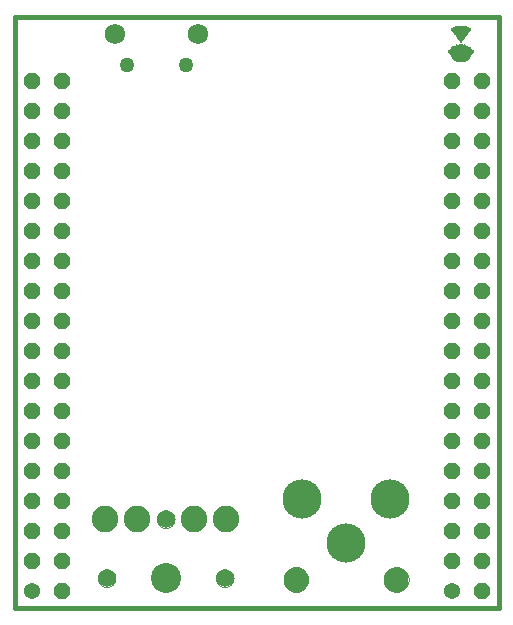
<source format=gbs>
G75*
%MOIN*%
%OFA0B0*%
%FSLAX24Y24*%
%IPPOS*%
%LPD*%
%AMOC8*
5,1,8,0,0,1.08239X$1,22.5*
%
%ADD10C,0.0160*%
%ADD11C,0.0540*%
%ADD12OC8,0.0540*%
%ADD13R,0.0312X0.0004*%
%ADD14R,0.0344X0.0004*%
%ADD15R,0.0368X0.0004*%
%ADD16R,0.0392X0.0004*%
%ADD17R,0.0408X0.0004*%
%ADD18R,0.0424X0.0004*%
%ADD19R,0.0432X0.0004*%
%ADD20R,0.0448X0.0004*%
%ADD21R,0.0456X0.0004*%
%ADD22R,0.0472X0.0004*%
%ADD23R,0.0480X0.0004*%
%ADD24R,0.0488X0.0004*%
%ADD25R,0.0496X0.0004*%
%ADD26R,0.0504X0.0004*%
%ADD27R,0.0512X0.0004*%
%ADD28R,0.0520X0.0004*%
%ADD29R,0.0528X0.0004*%
%ADD30R,0.0536X0.0004*%
%ADD31R,0.0536X0.0004*%
%ADD32R,0.0544X0.0004*%
%ADD33R,0.0552X0.0004*%
%ADD34R,0.0560X0.0004*%
%ADD35R,0.0560X0.0004*%
%ADD36R,0.0568X0.0004*%
%ADD37R,0.0576X0.0004*%
%ADD38R,0.0584X0.0004*%
%ADD39R,0.0592X0.0004*%
%ADD40R,0.0592X0.0004*%
%ADD41R,0.0600X0.0004*%
%ADD42R,0.0608X0.0004*%
%ADD43R,0.0608X0.0004*%
%ADD44R,0.0616X0.0004*%
%ADD45R,0.0624X0.0004*%
%ADD46R,0.0632X0.0004*%
%ADD47R,0.0632X0.0004*%
%ADD48R,0.0640X0.0004*%
%ADD49R,0.0648X0.0004*%
%ADD50R,0.0648X0.0004*%
%ADD51R,0.0656X0.0004*%
%ADD52R,0.0664X0.0004*%
%ADD53R,0.0664X0.0004*%
%ADD54R,0.0672X0.0004*%
%ADD55R,0.0680X0.0004*%
%ADD56R,0.0680X0.0004*%
%ADD57R,0.0688X0.0004*%
%ADD58R,0.0696X0.0004*%
%ADD59R,0.0700X0.0004*%
%ADD60R,0.0708X0.0004*%
%ADD61R,0.0716X0.0004*%
%ADD62R,0.0720X0.0004*%
%ADD63R,0.0720X0.0004*%
%ADD64R,0.0724X0.0004*%
%ADD65R,0.0808X0.0004*%
%ADD66R,0.0824X0.0004*%
%ADD67R,0.0832X0.0004*%
%ADD68R,0.0840X0.0004*%
%ADD69R,0.0848X0.0004*%
%ADD70R,0.0856X0.0004*%
%ADD71R,0.0860X0.0004*%
%ADD72R,0.0864X0.0004*%
%ADD73R,0.0864X0.0004*%
%ADD74R,0.0868X0.0004*%
%ADD75R,0.0872X0.0004*%
%ADD76R,0.0872X0.0004*%
%ADD77R,0.0860X0.0004*%
%ADD78R,0.0832X0.0004*%
%ADD79R,0.0824X0.0004*%
%ADD80R,0.0708X0.0004*%
%ADD81R,0.0712X0.0004*%
%ADD82R,0.0712X0.0004*%
%ADD83R,0.0700X0.0004*%
%ADD84R,0.0696X0.0004*%
%ADD85R,0.0692X0.0004*%
%ADD86R,0.0668X0.0004*%
%ADD87R,0.0660X0.0004*%
%ADD88R,0.0452X0.0004*%
%ADD89R,0.0188X0.0004*%
%ADD90R,0.0448X0.0004*%
%ADD91R,0.0440X0.0004*%
%ADD92R,0.0184X0.0004*%
%ADD93R,0.0432X0.0004*%
%ADD94R,0.0184X0.0004*%
%ADD95R,0.0424X0.0004*%
%ADD96R,0.0412X0.0004*%
%ADD97R,0.0128X0.0004*%
%ADD98R,0.0044X0.0004*%
%ADD99R,0.0400X0.0004*%
%ADD100R,0.0008X0.0004*%
%ADD101R,0.0388X0.0004*%
%ADD102R,0.0132X0.0004*%
%ADD103R,0.0360X0.0004*%
%ADD104R,0.0136X0.0004*%
%ADD105R,0.0340X0.0004*%
%ADD106R,0.0140X0.0004*%
%ADD107R,0.0328X0.0004*%
%ADD108R,0.0144X0.0004*%
%ADD109R,0.0324X0.0004*%
%ADD110R,0.0148X0.0004*%
%ADD111R,0.0320X0.0004*%
%ADD112R,0.0156X0.0004*%
%ADD113R,0.0316X0.0004*%
%ADD114R,0.0176X0.0004*%
%ADD115R,0.0080X0.0004*%
%ADD116R,0.0052X0.0004*%
%ADD117R,0.0380X0.0004*%
%ADD118R,0.0372X0.0004*%
%ADD119R,0.0356X0.0004*%
%ADD120R,0.0004X0.0004*%
%ADD121R,0.0308X0.0004*%
%ADD122R,0.0060X0.0004*%
%ADD123R,0.0240X0.0004*%
%ADD124R,0.0232X0.0004*%
%ADD125R,0.0044X0.0004*%
%ADD126R,0.0164X0.0004*%
%ADD127R,0.0056X0.0004*%
%ADD128R,0.0036X0.0004*%
%ADD129R,0.0156X0.0004*%
%ADD130R,0.0048X0.0004*%
%ADD131R,0.0024X0.0004*%
%ADD132R,0.0036X0.0004*%
%ADD133R,0.0016X0.0004*%
%ADD134R,0.0028X0.0004*%
%ADD135R,0.0012X0.0004*%
%ADD136R,0.0124X0.0004*%
%ADD137R,0.0108X0.0004*%
%ADD138R,0.0008X0.0004*%
%ADD139R,0.0092X0.0004*%
%ADD140R,0.0068X0.0004*%
%ADD141R,0.0008X0.0004*%
%ADD142R,0.0016X0.0004*%
%ADD143R,0.0024X0.0004*%
%ADD144R,0.0032X0.0004*%
%ADD145R,0.0032X0.0004*%
%ADD146R,0.0040X0.0004*%
%ADD147R,0.0056X0.0004*%
%ADD148R,0.0064X0.0004*%
%ADD149R,0.0072X0.0004*%
%ADD150R,0.0088X0.0004*%
%ADD151R,0.0096X0.0004*%
%ADD152R,0.0104X0.0004*%
%ADD153R,0.0112X0.0004*%
%ADD154R,0.0120X0.0004*%
%ADD155R,0.0124X0.0004*%
%ADD156R,0.0128X0.0004*%
%ADD157R,0.0144X0.0004*%
%ADD158R,0.0152X0.0004*%
%ADD159R,0.0152X0.0004*%
%ADD160R,0.0160X0.0004*%
%ADD161R,0.0168X0.0004*%
%ADD162R,0.0176X0.0004*%
%ADD163R,0.0184X0.0004*%
%ADD164R,0.0192X0.0004*%
%ADD165R,0.0200X0.0004*%
%ADD166R,0.0208X0.0004*%
%ADD167R,0.0216X0.0004*%
%ADD168R,0.0216X0.0004*%
%ADD169R,0.0224X0.0004*%
%ADD170R,0.0232X0.0004*%
%ADD171R,0.0240X0.0004*%
%ADD172R,0.0248X0.0004*%
%ADD173R,0.0256X0.0004*%
%ADD174R,0.0264X0.0004*%
%ADD175R,0.0272X0.0004*%
%ADD176R,0.0280X0.0004*%
%ADD177R,0.0288X0.0004*%
%ADD178R,0.0296X0.0004*%
%ADD179R,0.0304X0.0004*%
%ADD180R,0.0320X0.0004*%
%ADD181R,0.0328X0.0004*%
%ADD182R,0.0336X0.0004*%
%ADD183R,0.0336X0.0004*%
%ADD184R,0.0200X0.0004*%
%ADD185R,0.0128X0.0004*%
%ADD186R,0.0204X0.0004*%
%ADD187R,0.0216X0.0004*%
%ADD188R,0.0228X0.0004*%
%ADD189R,0.0416X0.0004*%
%ADD190R,0.0424X0.0004*%
%ADD191R,0.0428X0.0004*%
%ADD192R,0.0304X0.0004*%
%ADD193R,0.0180X0.0004*%
%ADD194R,0.0112X0.0004*%
%ADD195R,0.0176X0.0004*%
%ADD196R,0.0112X0.0004*%
%ADD197R,0.0132X0.0004*%
%ADD198R,0.0116X0.0004*%
%ADD199R,0.0332X0.0004*%
%ADD200R,0.0336X0.0004*%
%ADD201R,0.0480X0.0004*%
%ADD202R,0.0496X0.0004*%
%ADD203R,0.0512X0.0004*%
%ADD204R,0.0544X0.0004*%
%ADD205R,0.0208X0.0004*%
%ADD206R,0.0356X0.0004*%
%ADD207R,0.0208X0.0004*%
%ADD208R,0.0364X0.0004*%
%ADD209R,0.0212X0.0004*%
%ADD210R,0.0368X0.0004*%
%ADD211R,0.0220X0.0004*%
%ADD212R,0.0600X0.0004*%
%ADD213R,0.0356X0.0004*%
%ADD214R,0.0228X0.0004*%
%ADD215R,0.0236X0.0004*%
%ADD216R,0.0360X0.0004*%
%ADD217R,0.0368X0.0004*%
%ADD218R,0.0244X0.0004*%
%ADD219R,0.0252X0.0004*%
%ADD220R,0.0376X0.0004*%
%ADD221R,0.0672X0.0004*%
%ADD222R,0.0624X0.0004*%
%ADD223R,0.0596X0.0004*%
%ADD224R,0.0552X0.0004*%
%ADD225R,0.0456X0.0004*%
%ADD226R,0.0384X0.0004*%
%ADD227R,0.0352X0.0004*%
%ADD228R,0.0188X0.0004*%
%ADD229R,0.0108X0.0004*%
%ADD230C,0.1000*%
%ADD231C,0.0886*%
%ADD232C,0.0000*%
%ADD233C,0.0591*%
%ADD234C,0.1306*%
%ADD235C,0.0827*%
%ADD236C,0.0679*%
%ADD237C,0.0502*%
D10*
X003629Y003256D02*
X019770Y003256D01*
X019770Y022941D01*
X003629Y022941D01*
X003629Y003256D01*
D11*
X004199Y003811D03*
X018199Y003811D03*
D12*
X018199Y004811D03*
X018199Y005811D03*
X018199Y006811D03*
X018199Y007811D03*
X018199Y008811D03*
X018199Y009811D03*
X018199Y010811D03*
X018199Y011811D03*
X018199Y012811D03*
X018199Y013811D03*
X018199Y014811D03*
X018199Y015811D03*
X018199Y016811D03*
X018199Y017811D03*
X018199Y018811D03*
X018199Y019811D03*
X018199Y020811D03*
X019199Y020811D03*
X019199Y019811D03*
X019199Y018811D03*
X019199Y017811D03*
X019199Y016811D03*
X019199Y015811D03*
X019199Y014811D03*
X019199Y013811D03*
X019199Y012811D03*
X019199Y011811D03*
X019199Y010811D03*
X019199Y009811D03*
X019199Y008811D03*
X019199Y007811D03*
X019199Y006811D03*
X019199Y005811D03*
X019199Y004811D03*
X019199Y003811D03*
X005199Y003811D03*
X005199Y004811D03*
X005199Y005811D03*
X005199Y006811D03*
X005199Y007811D03*
X005199Y008811D03*
X005199Y009811D03*
X005199Y010811D03*
X005199Y011811D03*
X005199Y012811D03*
X005199Y013811D03*
X005199Y014811D03*
X005199Y015811D03*
X005199Y016811D03*
X005199Y017811D03*
X005199Y018811D03*
X005199Y019811D03*
X005199Y020811D03*
X004199Y020811D03*
X004199Y019811D03*
X004199Y018811D03*
X004199Y017811D03*
X004199Y016811D03*
X004199Y015811D03*
X004199Y014811D03*
X004199Y013811D03*
X004199Y012811D03*
X004199Y011811D03*
X004199Y010811D03*
X004199Y009811D03*
X004199Y008811D03*
X004199Y007811D03*
X004199Y006811D03*
X004199Y005811D03*
X004199Y004811D03*
D13*
X018509Y021458D03*
X018505Y021970D03*
X018509Y022270D03*
X018509Y022274D03*
D14*
X018509Y021462D03*
D15*
X018509Y021466D03*
D16*
X018509Y021470D03*
X018533Y021954D03*
D17*
X018509Y022334D03*
X018509Y022338D03*
X018509Y022594D03*
X018509Y021474D03*
D18*
X018509Y021478D03*
D19*
X018509Y021482D03*
X018509Y022354D03*
X018509Y022590D03*
D20*
X018509Y021486D03*
D21*
X018509Y021490D03*
D22*
X018509Y021494D03*
D23*
X018509Y021498D03*
X018509Y022582D03*
D24*
X018509Y022390D03*
X018509Y021502D03*
D25*
X018509Y021506D03*
D26*
X018509Y021510D03*
X018509Y022402D03*
D27*
X018509Y022574D03*
X018509Y021514D03*
D28*
X018509Y021518D03*
X018509Y022410D03*
X018509Y022414D03*
D29*
X018509Y022418D03*
X018509Y021522D03*
D30*
X018509Y021526D03*
D31*
X018509Y021530D03*
X018509Y022422D03*
X018509Y022570D03*
D32*
X018509Y022430D03*
X018509Y021534D03*
D33*
X018509Y021538D03*
X018509Y022434D03*
D34*
X018509Y022438D03*
X018509Y021542D03*
D35*
X018509Y021546D03*
D36*
X018509Y021550D03*
X018509Y022442D03*
X018509Y022562D03*
D37*
X018509Y021558D03*
X018509Y021554D03*
D38*
X018509Y021562D03*
X018509Y022558D03*
D39*
X018509Y021566D03*
D40*
X018509Y021570D03*
D41*
X018509Y021574D03*
X018509Y021578D03*
D42*
X018509Y021582D03*
X018509Y022550D03*
D43*
X018509Y021586D03*
D44*
X018509Y021590D03*
X018509Y021594D03*
D45*
X018509Y021598D03*
X018509Y021602D03*
D46*
X018509Y021606D03*
D47*
X018509Y021610D03*
X018509Y022542D03*
D48*
X018509Y021618D03*
X018509Y021614D03*
D49*
X018509Y021622D03*
X018509Y021630D03*
X018509Y022538D03*
D50*
X018509Y021626D03*
D51*
X018509Y021634D03*
X018509Y021638D03*
X018509Y022502D03*
X018509Y022534D03*
D52*
X018509Y022530D03*
X018509Y022510D03*
X018509Y021642D03*
D53*
X018509Y021646D03*
X018509Y022506D03*
D54*
X018509Y022514D03*
X018505Y021882D03*
X018509Y021658D03*
X018509Y021654D03*
X018509Y021650D03*
D55*
X018509Y021662D03*
X018509Y021878D03*
X018509Y022518D03*
X018509Y022522D03*
D56*
X018509Y021666D03*
D57*
X018509Y021670D03*
X018509Y021674D03*
X018509Y021874D03*
D58*
X018509Y021682D03*
X018509Y021678D03*
D59*
X018507Y021686D03*
D60*
X018507Y021690D03*
X018507Y021694D03*
D61*
X018507Y021698D03*
X018507Y021702D03*
D62*
X018509Y021706D03*
D63*
X018509Y021710D03*
D64*
X018511Y021714D03*
D65*
X018509Y021718D03*
X018509Y021810D03*
D66*
X018509Y021722D03*
D67*
X018509Y021726D03*
D68*
X018509Y021730D03*
X018509Y021798D03*
D69*
X018509Y021794D03*
X018509Y021734D03*
D70*
X018509Y021738D03*
X018509Y021790D03*
D71*
X018511Y021742D03*
D72*
X018509Y021746D03*
D73*
X018509Y021750D03*
X018509Y021778D03*
X018509Y021782D03*
D74*
X018511Y021774D03*
X018511Y021758D03*
X018511Y021754D03*
D75*
X018509Y021762D03*
X018509Y021770D03*
D76*
X018509Y021766D03*
D77*
X018511Y021786D03*
D78*
X018509Y021802D03*
D79*
X018509Y021806D03*
D80*
X018519Y021842D03*
X018515Y021854D03*
D81*
X018517Y021846D03*
D82*
X018517Y021850D03*
D83*
X018515Y021858D03*
X018515Y021862D03*
D84*
X018513Y021866D03*
D85*
X018511Y021870D03*
D86*
X018503Y021886D03*
D87*
X018503Y021890D03*
X018503Y021894D03*
D88*
X018403Y021898D03*
D89*
X018735Y021914D03*
X018739Y021902D03*
X018739Y021898D03*
D90*
X018401Y021902D03*
D91*
X018401Y021906D03*
D92*
X018737Y021906D03*
D93*
X018401Y021910D03*
D94*
X018737Y021910D03*
D95*
X018397Y021914D03*
D96*
X018395Y021918D03*
D97*
X018617Y022294D03*
X018621Y022298D03*
X018697Y021922D03*
X018701Y021918D03*
D98*
X018807Y021918D03*
D99*
X018509Y022330D03*
X018393Y021922D03*
D100*
X018509Y022070D03*
X018825Y021922D03*
D101*
X018391Y021926D03*
D102*
X018347Y022366D03*
X018691Y021926D03*
D103*
X018381Y021930D03*
X018397Y022454D03*
D104*
X018509Y022154D03*
X018509Y021998D03*
X018689Y021930D03*
X018629Y022314D03*
D105*
X018375Y021934D03*
D106*
X018683Y021934D03*
X018631Y022318D03*
D107*
X018441Y022374D03*
X018377Y021938D03*
D108*
X018677Y021938D03*
D109*
X018379Y021942D03*
D110*
X018507Y021994D03*
X018671Y021942D03*
D111*
X018385Y021946D03*
X018509Y022606D03*
D112*
X018627Y022326D03*
X018663Y021946D03*
D113*
X018391Y021950D03*
D114*
X018645Y021950D03*
D115*
X018509Y022114D03*
X018509Y022118D03*
X018281Y021954D03*
D116*
X018283Y021958D03*
X018383Y021982D03*
D117*
X018531Y021958D03*
D118*
X018527Y021962D03*
D119*
X018523Y021966D03*
X018403Y022446D03*
D120*
X018675Y021970D03*
D121*
X018503Y021974D03*
D122*
X018383Y021978D03*
D123*
X018537Y021978D03*
X018509Y022222D03*
X018309Y022490D03*
X018509Y022614D03*
D124*
X018321Y022470D03*
X018317Y022474D03*
X018537Y021982D03*
D125*
X018379Y021986D03*
D126*
X018507Y021986D03*
D127*
X018621Y021986D03*
D128*
X018379Y021990D03*
D129*
X018507Y021990D03*
D130*
X018509Y022094D03*
X018625Y021990D03*
D131*
X018377Y021994D03*
D132*
X018507Y022018D03*
X018627Y021994D03*
D133*
X018633Y022002D03*
X018377Y021998D03*
D134*
X018631Y021998D03*
D135*
X018375Y022002D03*
D136*
X018507Y022002D03*
X018351Y022358D03*
X018683Y022382D03*
D137*
X018507Y022006D03*
D138*
X018637Y022006D03*
D139*
X018507Y022010D03*
D140*
X018507Y022014D03*
D141*
X018509Y022066D03*
D142*
X018509Y022074D03*
D143*
X018509Y022078D03*
D144*
X018509Y022082D03*
D145*
X018509Y022086D03*
D146*
X018509Y022090D03*
D147*
X018509Y022098D03*
X018509Y022102D03*
D148*
X018509Y022106D03*
D149*
X018509Y022110D03*
D150*
X018509Y022122D03*
D151*
X018509Y022126D03*
D152*
X018509Y022130D03*
X018509Y022134D03*
D153*
X018509Y022138D03*
D154*
X018509Y022142D03*
X018685Y022378D03*
D155*
X018507Y022146D03*
D156*
X018509Y022150D03*
X018625Y022302D03*
X018629Y022310D03*
X018349Y022362D03*
D157*
X018509Y022158D03*
X018629Y022322D03*
D158*
X018509Y022162D03*
D159*
X018509Y022166D03*
D160*
X018509Y022170D03*
D161*
X018509Y022174D03*
X018509Y022178D03*
D162*
X018509Y022182D03*
D163*
X018509Y022186D03*
D164*
X018509Y022190D03*
X018509Y022194D03*
D165*
X018509Y022198D03*
X018437Y022294D03*
X018433Y022298D03*
X018429Y022302D03*
D166*
X018425Y022314D03*
X018509Y022202D03*
D167*
X018509Y022206D03*
D168*
X018509Y022210D03*
D169*
X018509Y022214D03*
D170*
X018509Y022218D03*
X018313Y022482D03*
D171*
X018509Y022226D03*
D172*
X018509Y022230D03*
D173*
X018509Y022234D03*
D174*
X018509Y022238D03*
X018509Y022242D03*
D175*
X018509Y022246D03*
D176*
X018509Y022250D03*
X018509Y022610D03*
D177*
X018509Y022258D03*
X018509Y022254D03*
D178*
X018509Y022262D03*
D179*
X018509Y022266D03*
D180*
X018509Y022278D03*
D181*
X018509Y022282D03*
D182*
X018509Y022286D03*
D183*
X018509Y022290D03*
D184*
X018429Y022306D03*
D185*
X018625Y022306D03*
D186*
X018695Y022450D03*
X018427Y022310D03*
D187*
X018425Y022318D03*
X018425Y022322D03*
D188*
X018427Y022326D03*
D189*
X018509Y022342D03*
D190*
X018509Y022346D03*
D191*
X018511Y022350D03*
D192*
X018577Y022358D03*
D193*
X018519Y022362D03*
X018515Y022370D03*
D194*
X018677Y022362D03*
X018681Y022370D03*
D195*
X018517Y022366D03*
D196*
X018681Y022366D03*
D197*
X018347Y022370D03*
D198*
X018683Y022374D03*
D199*
X018439Y022378D03*
D200*
X018441Y022382D03*
D201*
X018509Y022386D03*
D202*
X018509Y022394D03*
X018509Y022398D03*
X018509Y022578D03*
D203*
X018509Y022406D03*
D204*
X018509Y022426D03*
D205*
X018689Y022446D03*
D206*
X018639Y022474D03*
X018639Y022478D03*
X018399Y022450D03*
D207*
X018697Y022454D03*
D208*
X018395Y022458D03*
D209*
X018699Y022458D03*
D210*
X018397Y022462D03*
D211*
X018695Y022462D03*
D212*
X018509Y022466D03*
D213*
X018635Y022470D03*
X018643Y022482D03*
D214*
X018315Y022478D03*
D215*
X018311Y022486D03*
D216*
X018645Y022486D03*
D217*
X018645Y022490D03*
X018645Y022494D03*
D218*
X018311Y022494D03*
D219*
X018311Y022498D03*
D220*
X018645Y022498D03*
D221*
X018509Y022526D03*
D222*
X018509Y022546D03*
D223*
X018511Y022554D03*
D224*
X018509Y022566D03*
D225*
X018509Y022586D03*
D226*
X018509Y022598D03*
D227*
X018509Y022602D03*
D228*
X018507Y022618D03*
D229*
X018511Y022622D03*
D230*
X008663Y004239D03*
D231*
X009608Y006207D03*
X010671Y006207D03*
X007718Y006207D03*
X006655Y006207D03*
D232*
X006399Y004239D02*
X006401Y004273D01*
X006407Y004307D01*
X006417Y004340D01*
X006430Y004371D01*
X006448Y004401D01*
X006468Y004429D01*
X006492Y004454D01*
X006518Y004476D01*
X006546Y004494D01*
X006577Y004510D01*
X006609Y004522D01*
X006643Y004530D01*
X006677Y004534D01*
X006711Y004534D01*
X006745Y004530D01*
X006779Y004522D01*
X006811Y004510D01*
X006841Y004494D01*
X006870Y004476D01*
X006896Y004454D01*
X006920Y004429D01*
X006940Y004401D01*
X006958Y004371D01*
X006971Y004340D01*
X006981Y004307D01*
X006987Y004273D01*
X006989Y004239D01*
X006987Y004205D01*
X006981Y004171D01*
X006971Y004138D01*
X006958Y004107D01*
X006940Y004077D01*
X006920Y004049D01*
X006896Y004024D01*
X006870Y004002D01*
X006842Y003984D01*
X006811Y003968D01*
X006779Y003956D01*
X006745Y003948D01*
X006711Y003944D01*
X006677Y003944D01*
X006643Y003948D01*
X006609Y003956D01*
X006577Y003968D01*
X006546Y003984D01*
X006518Y004002D01*
X006492Y004024D01*
X006468Y004049D01*
X006448Y004077D01*
X006430Y004107D01*
X006417Y004138D01*
X006407Y004171D01*
X006401Y004205D01*
X006399Y004239D01*
X008368Y006207D02*
X008370Y006241D01*
X008376Y006275D01*
X008386Y006308D01*
X008399Y006339D01*
X008417Y006369D01*
X008437Y006397D01*
X008461Y006422D01*
X008487Y006444D01*
X008515Y006462D01*
X008546Y006478D01*
X008578Y006490D01*
X008612Y006498D01*
X008646Y006502D01*
X008680Y006502D01*
X008714Y006498D01*
X008748Y006490D01*
X008780Y006478D01*
X008810Y006462D01*
X008839Y006444D01*
X008865Y006422D01*
X008889Y006397D01*
X008909Y006369D01*
X008927Y006339D01*
X008940Y006308D01*
X008950Y006275D01*
X008956Y006241D01*
X008958Y006207D01*
X008956Y006173D01*
X008950Y006139D01*
X008940Y006106D01*
X008927Y006075D01*
X008909Y006045D01*
X008889Y006017D01*
X008865Y005992D01*
X008839Y005970D01*
X008811Y005952D01*
X008780Y005936D01*
X008748Y005924D01*
X008714Y005916D01*
X008680Y005912D01*
X008646Y005912D01*
X008612Y005916D01*
X008578Y005924D01*
X008546Y005936D01*
X008515Y005952D01*
X008487Y005970D01*
X008461Y005992D01*
X008437Y006017D01*
X008417Y006045D01*
X008399Y006075D01*
X008386Y006106D01*
X008376Y006139D01*
X008370Y006173D01*
X008368Y006207D01*
X010336Y004239D02*
X010338Y004273D01*
X010344Y004307D01*
X010354Y004340D01*
X010367Y004371D01*
X010385Y004401D01*
X010405Y004429D01*
X010429Y004454D01*
X010455Y004476D01*
X010483Y004494D01*
X010514Y004510D01*
X010546Y004522D01*
X010580Y004530D01*
X010614Y004534D01*
X010648Y004534D01*
X010682Y004530D01*
X010716Y004522D01*
X010748Y004510D01*
X010778Y004494D01*
X010807Y004476D01*
X010833Y004454D01*
X010857Y004429D01*
X010877Y004401D01*
X010895Y004371D01*
X010908Y004340D01*
X010918Y004307D01*
X010924Y004273D01*
X010926Y004239D01*
X010924Y004205D01*
X010918Y004171D01*
X010908Y004138D01*
X010895Y004107D01*
X010877Y004077D01*
X010857Y004049D01*
X010833Y004024D01*
X010807Y004002D01*
X010779Y003984D01*
X010748Y003968D01*
X010716Y003956D01*
X010682Y003948D01*
X010648Y003944D01*
X010614Y003944D01*
X010580Y003948D01*
X010546Y003956D01*
X010514Y003968D01*
X010483Y003984D01*
X010455Y004002D01*
X010429Y004024D01*
X010405Y004049D01*
X010385Y004077D01*
X010367Y004107D01*
X010354Y004138D01*
X010344Y004171D01*
X010338Y004205D01*
X010336Y004239D01*
X012592Y004195D02*
X012594Y004235D01*
X012600Y004276D01*
X012610Y004315D01*
X012623Y004353D01*
X012641Y004390D01*
X012662Y004424D01*
X012686Y004457D01*
X012713Y004487D01*
X012743Y004514D01*
X012776Y004538D01*
X012810Y004559D01*
X012847Y004577D01*
X012885Y004590D01*
X012924Y004600D01*
X012965Y004606D01*
X013005Y004608D01*
X013045Y004606D01*
X013086Y004600D01*
X013125Y004590D01*
X013163Y004577D01*
X013200Y004559D01*
X013234Y004538D01*
X013267Y004514D01*
X013297Y004487D01*
X013324Y004457D01*
X013348Y004424D01*
X013369Y004390D01*
X013387Y004353D01*
X013400Y004315D01*
X013410Y004276D01*
X013416Y004235D01*
X013418Y004195D01*
X013416Y004155D01*
X013410Y004114D01*
X013400Y004075D01*
X013387Y004037D01*
X013369Y004000D01*
X013348Y003966D01*
X013324Y003933D01*
X013297Y003903D01*
X013267Y003876D01*
X013234Y003852D01*
X013200Y003831D01*
X013163Y003813D01*
X013125Y003800D01*
X013086Y003790D01*
X013045Y003784D01*
X013005Y003782D01*
X012965Y003784D01*
X012924Y003790D01*
X012885Y003800D01*
X012847Y003813D01*
X012810Y003831D01*
X012776Y003852D01*
X012743Y003876D01*
X012713Y003903D01*
X012686Y003933D01*
X012662Y003966D01*
X012641Y004000D01*
X012623Y004037D01*
X012610Y004075D01*
X012600Y004114D01*
X012594Y004155D01*
X012592Y004195D01*
X015939Y004195D02*
X015941Y004235D01*
X015947Y004276D01*
X015957Y004315D01*
X015970Y004353D01*
X015988Y004390D01*
X016009Y004424D01*
X016033Y004457D01*
X016060Y004487D01*
X016090Y004514D01*
X016123Y004538D01*
X016157Y004559D01*
X016194Y004577D01*
X016232Y004590D01*
X016271Y004600D01*
X016312Y004606D01*
X016352Y004608D01*
X016392Y004606D01*
X016433Y004600D01*
X016472Y004590D01*
X016510Y004577D01*
X016547Y004559D01*
X016581Y004538D01*
X016614Y004514D01*
X016644Y004487D01*
X016671Y004457D01*
X016695Y004424D01*
X016716Y004390D01*
X016734Y004353D01*
X016747Y004315D01*
X016757Y004276D01*
X016763Y004235D01*
X016765Y004195D01*
X016763Y004155D01*
X016757Y004114D01*
X016747Y004075D01*
X016734Y004037D01*
X016716Y004000D01*
X016695Y003966D01*
X016671Y003933D01*
X016644Y003903D01*
X016614Y003876D01*
X016581Y003852D01*
X016547Y003831D01*
X016510Y003813D01*
X016472Y003800D01*
X016433Y003790D01*
X016392Y003784D01*
X016352Y003782D01*
X016312Y003784D01*
X016271Y003790D01*
X016232Y003800D01*
X016194Y003813D01*
X016157Y003831D01*
X016123Y003852D01*
X016090Y003876D01*
X016060Y003903D01*
X016033Y003933D01*
X016009Y003966D01*
X015988Y004000D01*
X015970Y004037D01*
X015957Y004075D01*
X015947Y004114D01*
X015941Y004155D01*
X015939Y004195D01*
D233*
X010631Y004239D03*
X008663Y006207D03*
X006694Y004239D03*
D234*
X013222Y006872D03*
X014679Y005416D03*
X016135Y006872D03*
D235*
X016352Y004195D03*
X013005Y004195D03*
D236*
X009742Y022391D03*
X006986Y022391D03*
D237*
X007379Y021357D03*
X009348Y021357D03*
M02*

</source>
